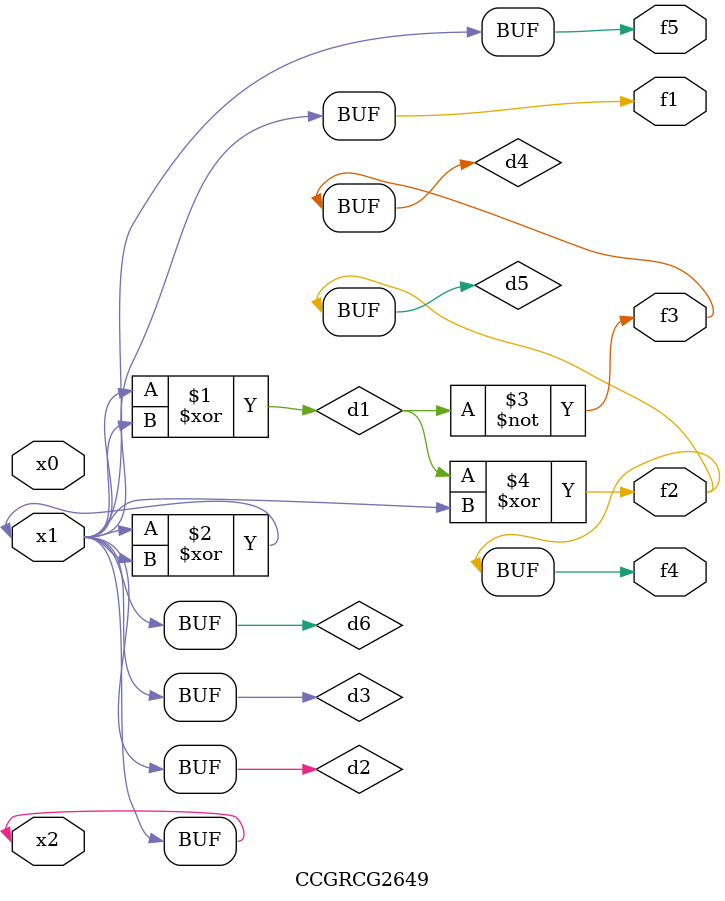
<source format=v>
module CCGRCG2649(
	input x0, x1, x2,
	output f1, f2, f3, f4, f5
);

	wire d1, d2, d3, d4, d5, d6;

	xor (d1, x1, x2);
	buf (d2, x1, x2);
	xor (d3, x1, x2);
	nor (d4, d1);
	xor (d5, d1, d2);
	buf (d6, d2, d3);
	assign f1 = d6;
	assign f2 = d5;
	assign f3 = d4;
	assign f4 = d5;
	assign f5 = d6;
endmodule

</source>
